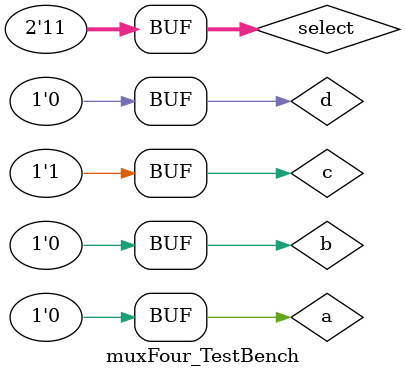
<source format=v>
`define DELAY 20
module muxFour_TestBench();
	// Declaring variables
	reg a, b, c, d;
	reg [1:0]select;
	wire out;
	
	// Calling module to test
	muxFour m(out, a, b, c, d, select);
	
	
	// Test values
	initial begin
		a = 1'b0; b = 1'b0; c = 1'b0; d = 1'b0; select = 2'b00;
		#`DELAY;
		a = 1'b1; b = 1'b1; c = 1'b1; d = 1'b0; select = 2'b00;
		#`DELAY;
		a = 1'b0; b = 1'b0; c = 1'b0; d = 1'b0; select = 2'b01;
		#`DELAY;
		a = 1'b0; b = 1'b0; c = 1'b0; d = 1'b1; select = 2'b01;
		#`DELAY;
		a = 1'b1; b = 1'b1; c = 1'b1; d = 1'b1; select = 2'b10;
		#`DELAY;
		a = 1'b0; b = 1'b1; c = 1'b0; d = 1'b0; select = 2'b10;
		#`DELAY;
		a = 1'b1; b = 1'b1; c = 1'b1; d = 1'b1; select = 2'b11;
		#`DELAY;
		a = 1'b0; b = 1'b0; c = 1'b1; d = 1'b0; select = 2'b11;
	end
	
	
	// Monitoring changes
	initial begin
		$monitor("Time=%2d, a=%1b, b=%1b, c=%1b, d=%1b, select=%2b, result=%1b", $time, a, b, c, d, select, out);
	end
 
endmodule
</source>
